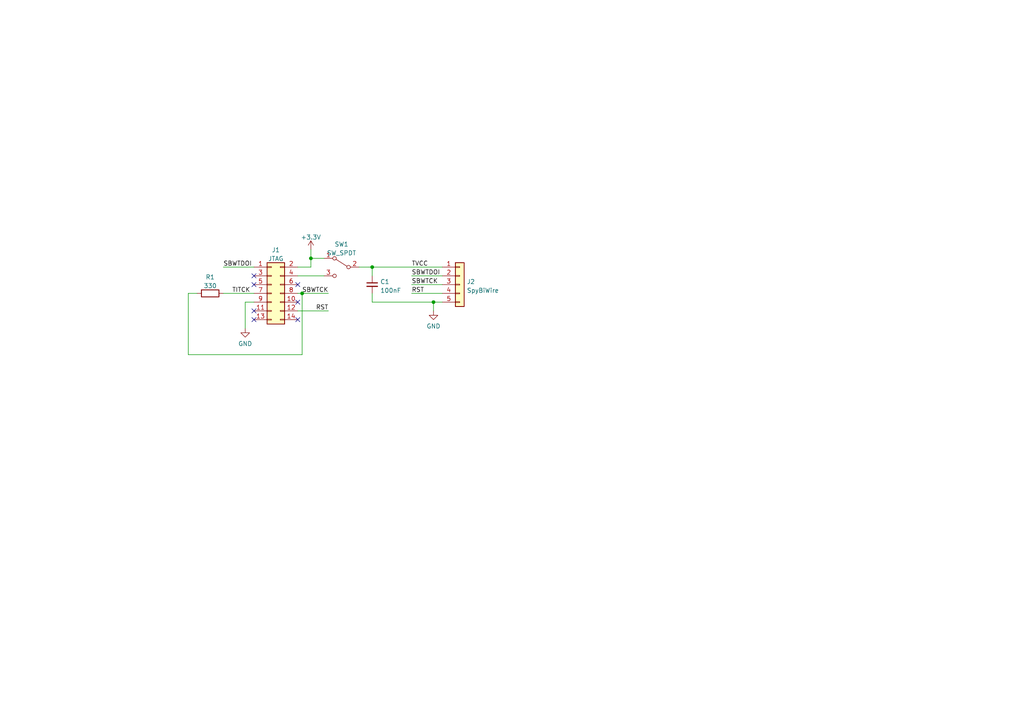
<source format=kicad_sch>
(kicad_sch (version 20211123) (generator eeschema)
  (paper "A4")
  (lib_symbols
    (symbol "Connector_Generic:Conn_01x05" (pin_names (offset 1.016) hide)
      (property "Reference" "J" (at 0 7.62 0))
      (property "Value" "Conn_01x05" (at 0 -7.62 0))
      (symbol "Conn_01x05_1_1"
        (rectangle (start -1.27 -4.953) (end 0 -5.207) (stroke (width 0.1524)))
        (rectangle (start -1.27 -2.413) (end 0 -2.667) (stroke (width 0.1524)))
        (rectangle (start -1.27 0.127) (end 0 -0.127) (stroke (width 0.1524)))
        (rectangle (start -1.27 2.667) (end 0 2.413) (stroke (width 0.1524)))
        (rectangle (start -1.27 5.207) (end 0 4.953) (stroke (width 0.1524)))
        (rectangle (start -1.27 6.35) (end 1.27 -6.35) (stroke (width 0.254)) (fill (type background)))
        (pin passive line (at -5.08 5.08 0) (length 3.81) (name "Pin_1") (number "1"))
        (pin passive line (at -5.08 2.54 0) (length 3.81) (name "Pin_2") (number "2"))
        (pin passive line (at -5.08 0 0) (length 3.81) (name "Pin_3") (number "3"))
        (pin passive line (at -5.08 -2.54 0) (length 3.81) (name "Pin_4") (number "4"))
        (pin passive line (at -5.08 -5.08 0) (length 3.81) (name "Pin_5") (number "5"))
      )
    )
    (symbol "Connector_Generic:Conn_02x07_Odd_Even" (pin_names (offset 1.016) hide)
      (property "Reference" "J" (at 1.27 10.16 0))
      (property "Value" "Conn_02x07_Odd_Even" (at 1.27 -10.16 0))
      (symbol "Conn_02x07_Odd_Even_1_1"
        (rectangle (start -1.27 -7.493) (end 0 -7.747) (stroke (width 0.1524)))
        (rectangle (start -1.27 -4.953) (end 0 -5.207) (stroke (width 0.1524)))
        (rectangle (start -1.27 -2.413) (end 0 -2.667) (stroke (width 0.1524)))
        (rectangle (start -1.27 0.127) (end 0 -0.127) (stroke (width 0.1524)))
        (rectangle (start -1.27 2.667) (end 0 2.413) (stroke (width 0.1524)))
        (rectangle (start -1.27 5.207) (end 0 4.953) (stroke (width 0.1524)))
        (rectangle (start -1.27 7.747) (end 0 7.493) (stroke (width 0.1524)))
        (rectangle (start -1.27 8.89) (end 3.81 -8.89) (stroke (width 0.254)) (fill (type background)))
        (rectangle (start 3.81 -7.493) (end 2.54 -7.747) (stroke (width 0.1524)))
        (rectangle (start 3.81 -4.953) (end 2.54 -5.207) (stroke (width 0.1524)))
        (rectangle (start 3.81 -2.413) (end 2.54 -2.667) (stroke (width 0.1524)))
        (rectangle (start 3.81 0.127) (end 2.54 -0.127) (stroke (width 0.1524)))
        (rectangle (start 3.81 2.667) (end 2.54 2.413) (stroke (width 0.1524)))
        (rectangle (start 3.81 5.207) (end 2.54 4.953) (stroke (width 0.1524)))
        (rectangle (start 3.81 7.747) (end 2.54 7.493) (stroke (width 0.1524)))
        (pin passive line (at -5.08 7.62 0) (length 3.81) (name "Pin_1") (number "1"))
        (pin passive line (at 7.62 -2.54 180) (length 3.81) (name "Pin_10") (number "10"))
        (pin passive line (at -5.08 -5.08 0) (length 3.81) (name "Pin_11") (number "11"))
        (pin passive line (at 7.62 -5.08 180) (length 3.81) (name "Pin_12") (number "12"))
        (pin passive line (at -5.08 -7.62 0) (length 3.81) (name "Pin_13") (number "13"))
        (pin passive line (at 7.62 -7.62 180) (length 3.81) (name "Pin_14") (number "14"))
        (pin passive line (at 7.62 7.62 180) (length 3.81) (name "Pin_2") (number "2"))
        (pin passive line (at -5.08 5.08 0) (length 3.81) (name "Pin_3") (number "3"))
        (pin passive line (at 7.62 5.08 180) (length 3.81) (name "Pin_4") (number "4"))
        (pin passive line (at -5.08 2.54 0) (length 3.81) (name "Pin_5") (number "5"))
        (pin passive line (at 7.62 2.54 180) (length 3.81) (name "Pin_6") (number "6"))
        (pin passive line (at -5.08 0 0) (length 3.81) (name "Pin_7") (number "7"))
        (pin passive line (at 7.62 0 180) (length 3.81) (name "Pin_8") (number "8"))
        (pin passive line (at -5.08 -2.54 0) (length 3.81) (name "Pin_9") (number "9"))
      )
    )
    (symbol "Device:C_Small" (pin_numbers hide) (pin_names (offset 0.254) hide)
      (property "Reference" "C" (at 0.254 1.778 0))
      (property "Value" "C_Small" (at 0.254 -2.032 0))
      (symbol "C_Small_0_1"
        (polyline (pts (xy -1.524 -0.508) (xy 1.524 -0.508)) (stroke (width 0.3302)))
        (polyline (pts (xy -1.524 0.508) (xy 1.524 0.508)) (stroke (width 0.3048)))
      )
      (symbol "C_Small_1_1"
        (pin passive line (at 0 2.54 270) (length 2.032) (name "~") (number "1"))
        (pin passive line (at 0 -2.54 90) (length 2.032) (name "~") (number "2"))
      )
    )
    (symbol "Device:R" (pin_numbers hide) (pin_names (offset 0))
      (property "Reference" "R" (at 2.032 0 90))
      (property "Value" "R" (at 0 0 90))
      (symbol "R_0_1"
        (rectangle (start -1.016 -2.54) (end 1.016 2.54) (stroke (width 0.254)))
      )
      (symbol "R_1_1"
        (pin passive line (at 0 3.81 270) (length 1.27) (name "~") (number "1"))
        (pin passive line (at 0 -3.81 90) (length 1.27) (name "~") (number "2"))
      )
    )
    (symbol "Switch:SW_SPDT" (pin_names (offset 0) hide)
      (property "Reference" "SW" (at 0 4.318 0))
      (property "Value" "SW_SPDT" (at 0 -5.08 0))
      (symbol "SW_SPDT_0_0"
        (circle (center -2.032 0) (radius 0.508))
        (circle (center 2.032 -2.54) (radius 0.508))
      )
      (symbol "SW_SPDT_0_1"
        (polyline (pts (xy -1.524 0.254) (xy 1.651 2.286)))
        (circle (center 2.032 2.54) (radius 0.508))
      )
      (symbol "SW_SPDT_1_1"
        (pin passive line (at 5.08 2.54 180) (length 2.54) (name "A") (number "1"))
        (pin passive line (at -5.08 0 0) (length 2.54) (name "B") (number "2"))
        (pin passive line (at 5.08 -2.54 180) (length 2.54) (name "C") (number "3"))
      )
    )
    (symbol "power:+3.3V" (power) (pin_names (offset 0))
      (property "Value" "+3.3V" (at 0 3.556 0))
      (symbol "+3.3V_0_1"
        (polyline (pts (xy -0.762 1.27) (xy 0 2.54)))
        (polyline (pts (xy 0 0) (xy 0 2.54)))
        (polyline (pts (xy 0 2.54) (xy 0.762 1.27)))
      )
      (symbol "+3.3V_1_1"
        (pin power_in line (at 0 0 90) (length 0) hide (name "+3.3V") (number "1"))
      )
    )
    (symbol "power:GND" (power) (pin_names (offset 0))
      (property "Value" "GND" (at 0 -3.81 0))
      (symbol "GND_0_1"
        (polyline (pts (xy 0 0) (xy 0 -1.27) (xy 1.27 -1.27) (xy 0 -2.54) (xy -1.27 -1.27) (xy 0 -1.27)))
      )
      (symbol "GND_1_1"
        (pin power_in line (at 0 0 270) (length 0) hide (name "GND") (number "1"))
      )
    )
  )
  (junction (at 125.73 87.63))
  (junction (at 87.63 85.09))
  (junction (at 90.17 74.93))
  (junction (at 107.95 77.47))
  (no_connect (at 86.36 82.55))
  (no_connect (at 86.36 87.63))
  (no_connect (at 86.36 92.71))
  (no_connect (at 73.66 90.17))
  (no_connect (at 73.66 82.55))
  (no_connect (at 73.66 92.71))
  (no_connect (at 73.66 80.01))
  (wire (pts (xy 107.95 77.47) (xy 107.95 80.01)))
  (wire (pts (xy 90.17 72.39) (xy 90.17 74.93)))
  (wire (pts (xy 119.38 82.55) (xy 128.27 82.55)))
  (wire (pts (xy 125.73 87.63) (xy 107.95 87.63)))
  (wire (pts (xy 64.77 85.09) (xy 73.66 85.09)))
  (wire (pts (xy 119.38 80.01) (xy 128.27 80.01)))
  (wire (pts (xy 86.36 80.01) (xy 93.98 80.01)))
  (wire (pts (xy 64.77 77.47) (xy 73.66 77.47)))
  (wire (pts (xy 87.63 85.09) (xy 95.25 85.09)))
  (wire (pts (xy 73.66 87.63) (xy 71.12 87.63)))
  (wire (pts (xy 54.61 102.87) (xy 54.61 85.09)))
  (wire (pts (xy 87.63 102.87) (xy 54.61 102.87)))
  (wire (pts (xy 107.95 85.09) (xy 107.95 87.63)))
  (wire (pts (xy 90.17 77.47) (xy 90.17 74.93)))
  (wire (pts (xy 90.17 74.93) (xy 93.98 74.93)))
  (wire (pts (xy 128.27 87.63) (xy 125.73 87.63)))
  (wire (pts (xy 86.36 90.17) (xy 95.25 90.17)))
  (wire (pts (xy 54.61 85.09) (xy 57.15 85.09)))
  (wire (pts (xy 86.36 85.09) (xy 87.63 85.09)))
  (wire (pts (xy 104.14 77.47) (xy 107.95 77.47)))
  (wire (pts (xy 86.36 77.47) (xy 90.17 77.47)))
  (wire (pts (xy 119.38 85.09) (xy 128.27 85.09)))
  (wire (pts (xy 87.63 85.09) (xy 87.63 102.87)))
  (wire (pts (xy 71.12 87.63) (xy 71.12 95.25)))
  (wire (pts (xy 107.95 77.47) (xy 128.27 77.47)))
  (wire (pts (xy 125.73 87.63) (xy 125.73 90.17)))
  (label "TITCK" (at 67.31 85.09 0))
  (label "SBWTCK" (at 95.25 85.09 180))
  (label "RST" (at 119.38 85.09 0))
  (label "SBWTCK" (at 119.38 82.55 0))
  (label "RST" (at 95.25 90.17 180))
  (label "TVCC" (at 119.38 77.47 0))
  (label "SBWTDOI" (at 64.77 77.47 0))
  (label "SBWTDOI" (at 119.38 80.01 0))
  (symbol (lib_id "power:GND") (at 125.73 90.17 0) (unit 1)
    (property "Reference" "#PWR0103" (effects hide))
    (property "Value" "GND" (at 125.73 94.6134 0))
  )
  (symbol (lib_id "Connector_Generic:Conn_01x05") (at 133.35 82.55 0) (unit 1)
    (property "Reference" "J2" (at 135.382 81.7153 0) (effects (justify left)))
    (property "Value" "SpyBiWire" (at 135.382 84.2522 0) (effects (justify left)))
    (property "Footprint" "Connector_PinHeader_2.54mm:PinHeader_1x05_P2.54mm_Horizontal" (effects hide))
  )
  (symbol (lib_id "power:+3.3V") (at 90.17 72.39 0) (unit 1)
    (property "Reference" "#PWR0102" (effects hide))
    (property "Value" "+3.3V" (at 90.17 68.8142 0))
  )
  (symbol (lib_id "Device:C_Small") (at 107.95 82.55 0) (unit 1)
    (property "Reference" "C1" (at 110.2741 81.7216 0) (effects (justify left)))
    (property "Value" "100nF" (at 110.2741 84.2585 0) (effects (justify left)))
    (property "Footprint" "Capacitor_SMD:C_0603_1608Metric_Pad1.08x0.95mm_HandSolder" (effects hide))
  )
  (symbol (lib_id "Device:R") (at 60.96 85.09 90) (unit 1)
    (property "Reference" "R1" (at 60.96 80.3742 90))
    (property "Value" "330" (at 60.96 82.9111 90))
    (property "Footprint" "Resistor_SMD:R_0603_1608Metric_Pad0.98x0.95mm_HandSolder" (effects hide))
  )
  (symbol (lib_id "Connector_Generic:Conn_02x07_Odd_Even") (at 78.74 85.09 0) (unit 1)
    (property "Reference" "J1" (at 80.01 72.5002 0))
    (property "Value" "JTAG" (at 80.01 75.0371 0))
    (property "Footprint" "Connector_PinSocket_2.54mm:PinSocket_2x07_P2.54mm_Horizontal" (effects hide))
  )
  (symbol (lib_id "Switch:SW_SPDT") (at 99.06 77.47 0) (mirror y) (unit 1)
    (property "Reference" "SW1" (at 99.06 70.8492 0))
    (property "Value" "SW_SPDT" (at 99.06 73.3861 0))
    (property "Footprint" "Button_Switch_SMD:SW_SPDT_PCM12" (effects hide))
  )
  (symbol (lib_id "power:GND") (at 71.12 95.25 0) (unit 1)
    (property "Reference" "#PWR0101" (effects hide))
    (property "Value" "GND" (at 71.12 99.6934 0))
  )
)
</source>
